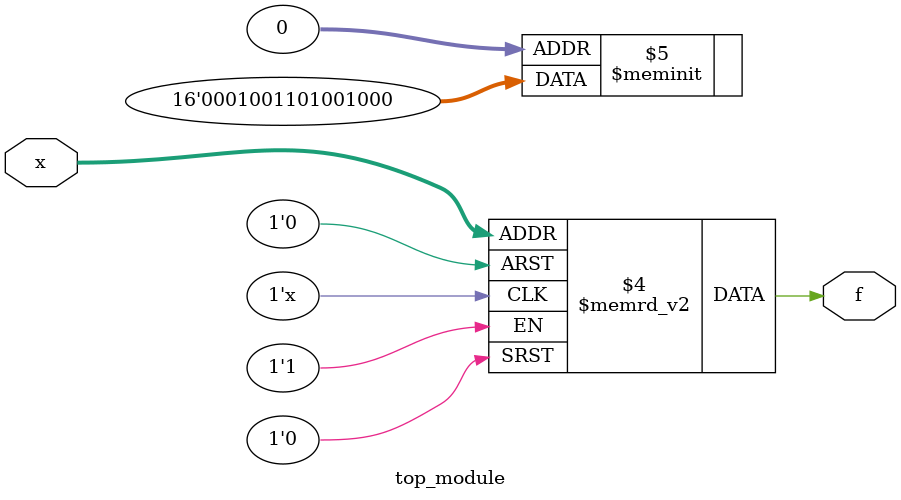
<source format=sv>
module top_module (
    input [4:1] x,
    output logic f
);

always_comb begin
    case ({x[4], x[3], x[2], x[1]})
        4'b0000: f = 1'b0;
        4'b0001: f = 1'b0;
        4'b0010: f = 1'b0;
        4'b0011: f = 1'b1;
        4'b0100: f = 1'b0;
        4'b0101: f = 1'b0;
        4'b0110: f = 1'b1;
        4'b0111: f = 1'b0;
        4'b1000: f = 1'b1;
        4'b1001: f = 1'b1;
        4'b1010: f = 1'b0;
        4'b1011: f = 1'b0;
        4'b1100: f = 1'b1;
        4'b1101: f = 1'b0;
        4'b1110: f = 1'b0;
        4'b1111: f = 1'b0;
    endcase
end

endmodule

</source>
